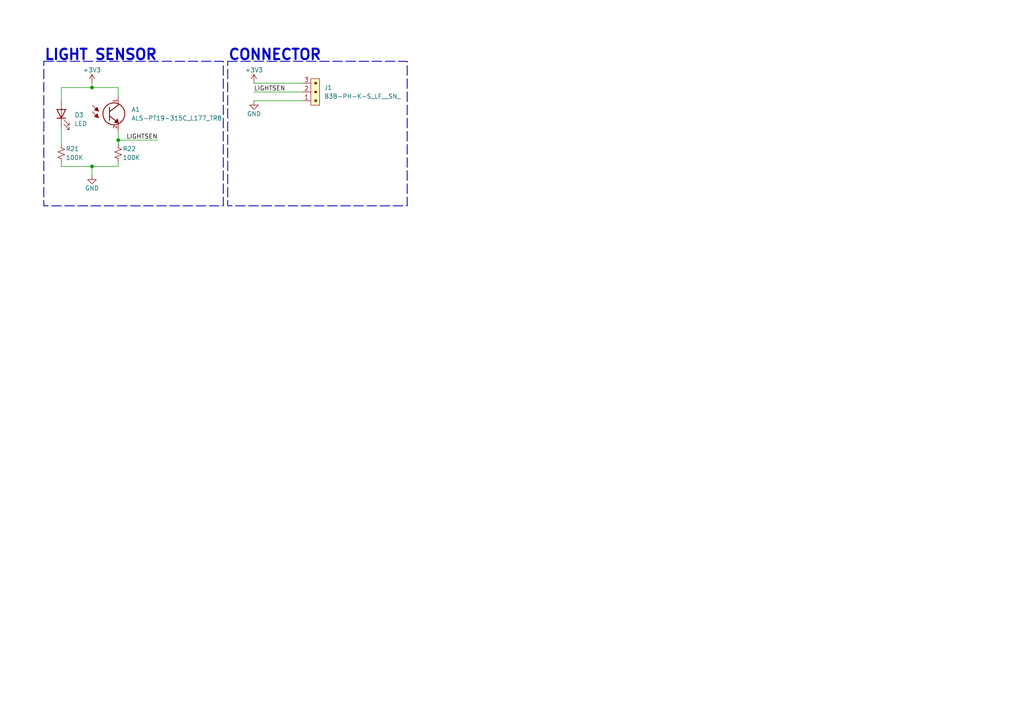
<source format=kicad_sch>
(kicad_sch (version 20230121) (generator eeschema)
  (paper "A4")
  (title_block (title "SN Main PCB") (date "2023-10-24") (rev "3.0") (company "Robonyx") (comment 1 "H. PHAN"))
  (lib_symbols
    (symbol "+3V3_1" (power) (pin_names (offset 0))
      (property "Value" "+3V3_1" (at 0 3.556 0))
      (symbol "+3V3_1_0_1"
        (polyline (pts (xy -0.762 1.27) (xy 0 2.54)))
        (polyline (pts (xy 0 0) (xy 0 2.54)))
        (polyline (pts (xy 0 2.54) (xy 0.762 1.27)))
      )
      (symbol "+3V3_1_1_1"
        (pin power_in line (at 0 0 90) (length 0) hide (name "+3V3") (number "1"))
      )
    )
    (symbol "ALS-PT19-315C_L177_TR8:ALS-PT19-315C_L177_TR8" (pin_names (offset 1.016))
      (property "Reference" "A" (at -10.1556 5.0822 0))
      (property "Value" "ALS-PT19-315C_L177_TR8" (at -10.1508 -7.62 0))
      (symbol "ALS-PT19-315C_L177_TR8_0_0"
        (polyline (pts (xy -4.953 0.635) (xy -3.175 -1.143)) (stroke (width 0.1524)))
        (polyline (pts (xy -4.953 2.54) (xy -3.175 0.762)) (stroke (width 0.1524)))
        (polyline (pts (xy -4.318 -0.762) (xy -3.556 0)) (stroke (width 0.1524)))
        (polyline (pts (xy -4.318 1.143) (xy -3.556 1.905)) (stroke (width 0.1524)))
        (polyline (pts (xy -3.556 0) (xy -3.175 -1.143)) (stroke (width 0.1524)))
        (polyline (pts (xy -3.556 1.905) (xy -3.175 0.762)) (stroke (width 0.1524)))
        (polyline (pts (xy -3.175 -1.143) (xy -4.318 -0.762)) (stroke (width 0.1524)))
        (polyline (pts (xy -3.175 0.762) (xy -4.318 1.143)) (stroke (width 0.1524)))
        (polyline (pts (xy 0 -0.635) (xy 0 -1.905)) (stroke (width 0.254)))
        (polyline (pts (xy 0 -0.635) (xy 2.54 -2.54)) (stroke (width 0.254)))
        (polyline (pts (xy 0 0.635) (xy 0 -0.635)) (stroke (width 0.254)))
        (polyline (pts (xy 0 0.635) (xy 2.54 2.54)) (stroke (width 0.254)))
        (polyline (pts (xy 0 1.905) (xy 0 0.635)) (stroke (width 0.254)))
        (polyline (pts (xy 2.286 -2.286) (xy 2.54 -2.54)) (stroke (width 0.1524)))
        (polyline (pts (xy -4.318 -0.762) (xy -3.175 -1.143) (xy -3.556 0) (xy -4.318 -0.762)) (stroke (width 0.1524)) (fill (type outline)))
        (polyline (pts (xy -4.318 1.143) (xy -3.175 0.762) (xy -3.556 1.905) (xy -4.318 1.143)) (stroke (width 0.1524)) (fill (type outline)))
        (polyline (pts (xy 2.54 -2.54) (xy 2.286 -1.524) (xy 1.524 -2.54) (xy 2.54 -2.54)) (stroke (width 0.254)) (fill (type outline)))
        (circle (center 1.27 0) (radius 3.175) (stroke (width 0.254)))
        (pin passive line (at 2.54 5.08 270) (length 2.54) (name "~") (number "1"))
        (pin passive line (at 2.54 -5.08 90) (length 2.54) (name "~") (number "2"))
      )
    )
    (symbol "Device:LED" (pin_numbers hide) (pin_names (offset 1.016) hide)
      (property "Reference" "D" (at 0 2.54 0))
      (property "Value" "LED" (at 0 -2.54 0))
      (symbol "LED_0_1"
        (polyline (pts (xy -1.27 -1.27) (xy -1.27 1.27)) (stroke (width 0.254)))
        (polyline (pts (xy -1.27 0) (xy 1.27 0)))
        (polyline (pts (xy 1.27 -1.27) (xy 1.27 1.27) (xy -1.27 0) (xy 1.27 -1.27)) (stroke (width 0.254)))
        (polyline (pts (xy -3.048 -0.762) (xy -4.572 -2.286) (xy -3.81 -2.286) (xy -4.572 -2.286) (xy -4.572 -1.524)))
        (polyline (pts (xy -1.778 -0.762) (xy -3.302 -2.286) (xy -2.54 -2.286) (xy -3.302 -2.286) (xy -3.302 -1.524)))
      )
      (symbol "LED_1_1"
        (pin passive line (at -3.81 0 0) (length 2.54) (name "K") (number "1"))
        (pin passive line (at 3.81 0 180) (length 2.54) (name "A") (number "2"))
      )
    )
    (symbol "Device:R_Small_US" (pin_numbers hide) (pin_names (offset 0.254) hide)
      (property "Reference" "R" (at 0.762 0.508 0))
      (property "Value" "R_Small_US" (at 0.762 -1.016 0))
      (symbol "R_Small_US_1_1"
        (polyline (pts (xy 0 0) (xy 1.016 -0.381) (xy 0 -0.762) (xy -1.016 -1.143) (xy 0 -1.524)))
        (polyline (pts (xy 0 1.524) (xy 1.016 1.143) (xy 0 0.762) (xy -1.016 0.381) (xy 0 0)))
        (pin passive line (at 0 2.54 270) (length 1.016) (name "~") (number "1"))
        (pin passive line (at 0 -2.54 90) (length 1.016) (name "~") (number "2"))
      )
    )
    (symbol "dk_Rectangular-Connectors-Headers-Male-Pins:B3B-PH-K-S_LF__SN_" (pin_names (offset 1.016))
      (property "Reference" "J" (at -2.54 2.54 0))
      (property "Value" "B3B-PH-K-S_LF__SN_" (at 2.54 -2.54 0))
      (symbol "B3B-PH-K-S_LF__SN__1_1"
        (rectangle (start -1.27 1.27) (end 6.35 -1.27) (fill (type background)))
        (rectangle (start -0.254 0.127) (end 0.254 -0.381) (fill (type outline)))
        (rectangle (start 2.286 0.127) (end 2.794 -0.381) (fill (type outline)))
        (rectangle (start 4.826 0.127) (end 5.334 -0.381) (fill (type outline)))
        (pin passive line (at 0 3.81 270) (length 2.54) (name "~") (number "1"))
        (pin passive line (at 2.54 3.81 270) (length 2.54) (name "~") (number "2"))
        (pin passive line (at 5.08 3.81 270) (length 2.54) (name "~") (number "3"))
      )
    )
    (symbol "power:GND" (power) (pin_names (offset 0))
      (property "Value" "GND" (at 0 -3.81 0))
      (symbol "GND_0_1"
        (polyline (pts (xy 0 0) (xy 0 -1.27) (xy 1.27 -1.27) (xy 0 -2.54) (xy -1.27 -1.27) (xy 0 -1.27)))
      )
      (symbol "GND_1_1"
        (pin power_in line (at 0 0 270) (length 0) hide (name "GND") (number "1"))
      )
    )
  )
  (junction (at 34.29 40.64))
  (junction (at 26.67 48.26))
  (junction (at 26.67 25.4))
  (wire (pts (xy 34.29 48.26) (xy 26.67 48.26)))
  (wire (pts (xy 34.29 40.64) (xy 45.72 40.64)))
  (wire (pts (xy 17.78 41.91) (xy 17.78 36.83)))
  (wire (pts (xy 26.67 48.26) (xy 26.67 50.8)))
  (wire (pts (xy 73.66 29.21) (xy 87.63 29.21)))
  (wire (pts (xy 17.78 25.4) (xy 17.78 29.21)))
  (wire (pts (xy 26.67 25.4) (xy 26.67 24.13)))
  (wire (pts (xy 17.78 48.26) (xy 26.67 48.26)))
  (wire (pts (xy 17.78 46.99) (xy 17.78 48.26)))
  (wire (pts (xy 34.29 40.64) (xy 34.29 41.91)))
  (wire (pts (xy 73.66 24.13) (xy 87.63 24.13)))
  (wire (pts (xy 34.29 38.1) (xy 34.29 40.64)))
  (wire (pts (xy 73.66 26.67) (xy 87.63 26.67)))
  (wire (pts (xy 26.67 25.4) (xy 34.29 25.4)))
  (wire (pts (xy 34.29 46.99) (xy 34.29 48.26)))
  (wire (pts (xy 17.78 25.4) (xy 26.67 25.4)))
  (wire (pts (xy 34.29 27.94) (xy 34.29 25.4)))
  (rectangle (start 66.04 17.78) (end 118.11 59.69) (stroke (width 0.254) (type dash)))
  (rectangle (start 12.7 17.78) (end 64.77 59.69) (stroke (width 0.254) (type dash)))
  (text "LIGHT SENSOR" (at 12.7 17.78 0) (effects (font (size 3 3) (thickness 0.6) bold) (justify left bottom)))
  (text "CONNECTOR" (at 66.04 17.78 0) (effects (font (size 3 3) (thickness 0.6) bold) (justify left bottom)))
  (label "LIGHTSEN" (at 73.66 26.67 0))
  (label "LIGHTSEN" (at 45.72 40.64 180))
  (symbol (lib_name "+3V3_1") (lib_id "power:+3V3") (at 73.66 24.13 0) (unit 1)
    (property "Reference" "#PWR01" (effects hide))
    (property "Value" "+3V3" (at 73.66 20.32 0))
  )
  (symbol (lib_id "Device:LED") (at 17.78 33.02 90) (unit 1)
    (property "Reference" "D3" (at 21.59 33.3375 90) (effects (justify right)))
    (property "Value" "LED" (at 21.59 35.8775 90) (effects (justify right)))
  )
  (symbol (lib_name "+3V3_1") (lib_id "power:+3V3") (at 26.67 24.13 0) (unit 1)
    (property "Reference" "#PWR022" (effects hide))
    (property "Value" "+3V3" (at 26.67 20.32 0))
  )
  (symbol (lib_id "ALS-PT19-315C_L177_TR8:ALS-PT19-315C_L177_TR8") (at 31.75 33.02 0) (unit 1)
    (property "Reference" "A1" (at 38.1 31.75 0) (effects (justify left)))
    (property "Value" "ALS-PT19-315C_L177_TR8" (at 38.1 34.29 0) (effects (justify left)))
    (property "Footprint" "ALS-PT19-315C_L177_TR8:XDCR_ALS-PT19-315C_L177_TR8" (effects hide))
    (property "PARTREV" "5" (effects hide))
    (property "STANDARD" "Manufacturer Recommendations" (effects hide))
    (property "MAXIMUM_PACKAGE_HEIGHT" "0.7 mm" (effects hide))
    (property "MANUFACTURER" "Everlight" (effects hide))
  )
  (symbol (lib_id "dk_Rectangular-Connectors-Headers-Male-Pins:B3B-PH-K-S_LF__SN_") (at 91.44 29.21 90) (unit 1)
    (property "Reference" "J1" (at 93.98 25.4 90) (effects (justify right)))
    (property "Value" "B3B-PH-K-S_LF__SN_" (at 93.98 27.94 90) (effects (justify right)))
    (property "Footprint" "digikey-footprints:PinHeader_1x3_P2mm_Drill1mm" (effects hide))
    (property "Datasheet" "http://www.jst-mfg.com/product/pdf/eng/ePH.pdf" (effects hide))
    (property "Digi-Key_PN" "455-1705-ND" (effects hide))
    (property "MPN" "B3B-PH-K-S(LF)(SN)" (effects hide))
    (property "Category" "Connectors, Interconnects" (effects hide))
    (property "Family" "Rectangular Connectors - Headers, Male Pins" (effects hide))
    (property "DK_Datasheet_Link" "http://www.jst-mfg.com/product/pdf/eng/ePH.pdf" (effects hide))
    (property "DK_Detail_Page" "/product-detail/en/jst-sales-america-inc/B3B-PH-K-S(LF)(SN)/455-1705-ND/926612" (effects hide))
    (property "Description" "CONN HEADER VERT 3POS 2MM" (effects hide))
    (property "Manufacturer" "JST Sales America Inc." (effects hide))
    (property "Status" "Active" (effects hide))
  )
  (symbol (lib_id "Device:R_Small_US") (at 17.78 44.45 0) (unit 1)
    (property "Reference" "R21" (at 19.05 43.18 0) (effects (justify left)))
    (property "Value" "100K" (at 19.05 45.72 0) (effects (justify left)))
  )
  (symbol (lib_id "power:GND") (at 73.66 29.21 0) (unit 1)
    (property "Reference" "#PWR02" (effects hide))
    (property "Value" "GND" (at 73.66 33.02 0))
  )
  (symbol (lib_id "power:GND") (at 26.67 50.8 0) (unit 1)
    (property "Reference" "#PWR023" (effects hide))
    (property "Value" "GND" (at 26.67 54.61 0))
  )
  (symbol (lib_id "Device:R_Small_US") (at 34.29 44.45 0) (unit 1)
    (property "Reference" "R22" (at 35.56 43.18 0) (effects (justify left)))
    (property "Value" "100K" (at 35.56 45.72 0) (effects (justify left)))
  )
)
</source>
